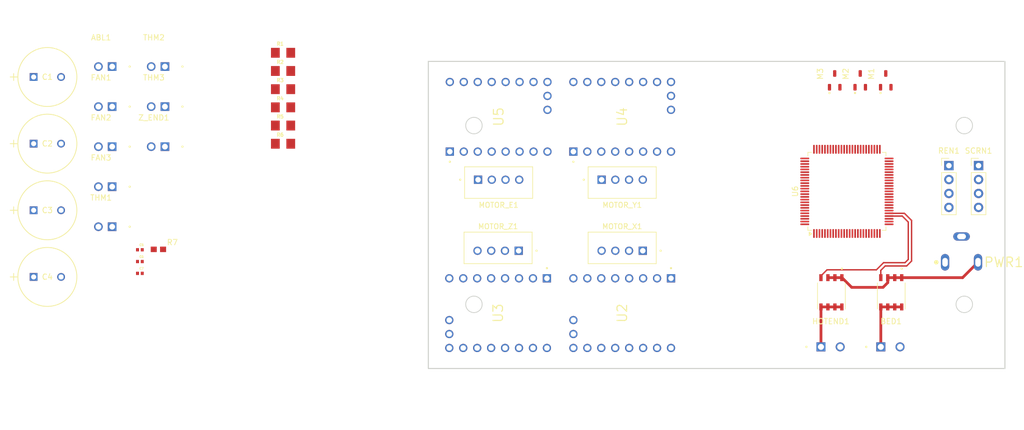
<source format=kicad_pcb>
(kicad_pcb (version 20240108) (generator "pcbnew") (generator_version "8.0")
  (layers (0 "F.Cu" signal) (31 "B.Cu" signal) (34 "B.Paste" user) (35 "F.Paste" user) (36 "B.SilkS" user "B.Silkscreen") (37 "F.SilkS" user "F.Silkscreen") (38 "B.Mask" user) (39 "F.Mask" user) (44 "Edge.Cuts" user))
  (net 0 "")
  (net 2 "ABL")
  (net 7 "T2")
  (net 12 "T1")
  (net 17 "T0")
  (net 21 "GNDREF")
  (net 22 "FAN1")
  (net 23 "FAN2")
  (net 24 "FAN3")
  (net 25 "HOTEND")
  (net 26 "BED")
  (net 27 "Z_END")
  (net 28 "EN_BTN")
  (net 29 "UART_TX")
  (net 30 "UART_RX")
  (net 31 "+3V3")
  (net 32 "VCC")
  (net 33 "Net-(FAN1-Pad1)")
  (net 34 "Net-(FAN2-Pad1)")
  (net 35 "Net-(FAN3-Pad1)")
  (net 36 "EN_REV")
  (net 37 "EN_FOR")
  (net 38 "SCRN_SCL")
  (net 39 "SCRN_SDA")
  (net 40 "DIR_M4")
  (net 41 "Net-(U3-M1A)")
  (net 42 "Net-(U3-M2A)")
  (net 43 "Net-(U2-M1A)")
  (net 44 "Net-(U2-M2A)")
  (net 45 "Net-(U4-M1A)")
  (net 46 "Net-(U4-M2A)")
  (net 47 "Net-(U5-M1B)")
  (net 48 "Net-(U5-M2B)")
  (net 49 "Net-(U5-M2A)")
  (net 50 "Net-(U5-M1A)")
  (net 51 "Net-(U2-M1B)")
  (net 52 "Net-(U2-M2B)")
  (net 53 "Net-(U3-M1B)")
  (net 54 "Net-(U3-M2B)")
  (net 55 "Net-(U4-M1B)")
  (net 56 "Net-(U4-M2B)")
  (net 57 "Net-(BED1-Pad01)")
  (net 58 "Net-(HOTEND1-Pad01)")
  (net 60 "DIR_M1")
  (net 63 "STEP_M1")
  (net 66 "EN_M1")
  (net 67 "STEP_M3")
  (net 68 "STEP_M4")
  (net 69 "EN_M4")
  (net 70 "DIR_M2")
  (net 71 "STEP_M2")
  (net 72 "EN_M3")
  (net 73 "DIAG_M3")
  (net 74 "DIAG_M4")
  (net 75 "DIR_M3")
  (net 76 "EN_M2")
  (net 77 "DIAG_M2")
  (net 78 "DIAG_M1")
  (net 79 "Net-(F1-Pad1)")
  (footprint "TMC2209_SILENTSTEPSTICK:MODULE_TMC2209_SILENTSTEPSTICK" (layer "F.Cu") (at 113.2 82.1 90)
    (property "Reference" "U5" (at 0 0 90) (layer "F.SilkS") (effects (font (size 1.75 1.75) (thickness 0.2))))
    (property "Value" "TMC2209_SILENTSTEPSTICK")
    (fp_circle (center -8.2 -8.89) (end -8.1 -8.89) (stroke (width 0.2)) (fill none) (layer "F.SilkS"))
    (pad "1" thru_hole rect (at -6.35 -8.89 90) (size 1.508 1.508) (drill 1) (layers "*.Cu" "*.Mask") (net 21 "GNDREF"))
    (pad "2" thru_hole circle (at -6.35 -6.35 90) (size 1.508 1.508) (drill 1) (layers "*.Cu" "*.Mask") (net 31 "+3V3"))
    (pad "3" thru_hole circle (at -6.35 -3.81 90) (size 1.508 1.508) (drill 1) (layers "*.Cu" "*.Mask") (net 47 "Net-(U5-M1B)"))
    (pad "4" thru_hole circle (at -6.35 -1.27 90) (size 1.508 1.508) (drill 1) (layers "*.Cu" "*.Mask") (net 50 "Net-(U5-M1A)"))
    (pad "5" thru_hole circle (at -6.35 1.27 90) (size 1.508 1.508) (drill 1) (layers "*.Cu" "*.Mask") (net 49 "Net-(U5-M2A)"))
    (pad "6" thru_hole circle (at -6.35 3.81 90) (size 1.508 1.508) (drill 1) (layers "*.Cu" "*.Mask") (net 48 "Net-(U5-M2B)"))
    (pad "7" thru_hole circle (at -6.35 6.35 90) (size 1.508 1.508) (drill 1) (layers "*.Cu" "*.Mask") (net 21 "GNDREF"))
    (pad "8" thru_hole circle (at -6.35 8.89 90) (size 1.508 1.508) (drill 1) (layers "*.Cu" "*.Mask") (net 32 "VCC"))
    (pad "9" thru_hole circle (at 6.35 -8.89 90) (size 1.508 1.508) (drill 1) (layers "*.Cu" "*.Mask") (net 40 "DIR_M4"))
    (pad "10" thru_hole circle (at 6.35 -6.35 90) (size 1.508 1.508) (drill 1) (layers "*.Cu" "*.Mask") (net 68 "STEP_M4"))
    (pad "11" thru_hole circle (at 6.35 -3.81 90) (size 1.508 1.508) (drill 1) (layers "*.Cu" "*.Mask"))
    (pad "12" thru_hole circle (at 6.35 -1.27 90) (size 1.508 1.508) (drill 1) (layers "*.Cu" "*.Mask") (net 30 "UART_RX"))
    (pad "13" thru_hole circle (at 6.35 1.27 90) (size 1.508 1.508) (drill 1) (layers "*.Cu" "*.Mask"))
    (pad "14" thru_hole circle (at 6.35 3.81 90) (size 1.508 1.508) (drill 1) (layers "*.Cu" "*.Mask"))
    (pad "15" thru_hole circle (at 6.35 6.35 90) (size 1.508 1.508) (drill 1) (layers "*.Cu" "*.Mask"))
    (pad "16" thru_hole circle (at 6.35 8.89 90) (size 1.508 1.508) (drill 1) (layers "*.Cu" "*.Mask") (net 69 "EN_M4"))
    (pad "17" thru_hole circle (at 1.27 8.89 90) (size 1.508 1.508) (drill 1) (layers "*.Cu" "*.Mask"))
    (pad "18" thru_hole circle (at 3.81 8.89 90) (size 1.508 1.508) (drill 1) (layers "*.Cu" "*.Mask") (net 74 "DIAG_M4"))
  )
  (footprint "B4B-XH-A:JST_B4B-XH-A" (layer "F.Cu") (at 135.7 106)
    (property "Reference" "MOTOR_X1" (at 0 -3.9 0) (layer "F.SilkS") (effects (font (size 0.944882 0.944882))))
    (property "Value" "B4B-XH-A")
    (fp_line (start -6.2 -2.875) (end 6.2 -2.875) (stroke (width 0.127)) (layer "F.SilkS"))
    (fp_line (start -6.2 2.875) (end -6.2 -2.875) (stroke (width 0.127)) (layer "F.SilkS"))
    (fp_line (start 6.2 -2.875) (end 6.2 2.875) (stroke (width 0.127)) (layer "F.SilkS"))
    (fp_line (start 6.2 2.875) (end -6.2 2.875) (stroke (width 0.127)) (layer "F.SilkS"))
    (fp_circle (center 7 0.525) (end 7.1 0.525) (stroke (width 0.2)) (fill none) (layer "F.SilkS"))
    (pad "1" thru_hole rect (at 3.75 0.525) (size 1.508 1.508) (drill 1) (layers "*.Cu" "*.Mask") (net 51 "Net-(U2-M1B)"))
    (pad "2" thru_hole circle (at 1.25 0.525) (size 1.508 1.508) (drill 1) (layers "*.Cu" "*.Mask") (net 43 "Net-(U2-M1A)"))
    (pad "3" thru_hole circle (at -1.25 0.525) (size 1.508 1.508) (drill 1) (layers "*.Cu" "*.Mask") (net 44 "Net-(U2-M2A)"))
    (pad "4" thru_hole circle (at -3.75 0.525) (size 1.508 1.508) (drill 1) (layers "*.Cu" "*.Mask") (net 52 "Net-(U2-M2B)"))
  )
  (footprint "GCM155R71H104KE02J:CAPC1005X55N" (layer "F.Cu") (at 47.863 110.645)
    (property "Reference" "C7" (at 0.3 -0.88 0) (layer "F.SilkS") (effects (font (size 0.393701 0.393701))))
    (property "Value" "GCM155R71H104KE02J")
    (pad "1" smd rect (at -0.432 0) (size 0.54 0.6) (layers "F.Cu" "F.Paste" "F.Mask") (net 17 "T0"))
    (pad "2" smd rect (at 0.432 0) (size 0.54 0.6) (layers "F.Cu" "F.Paste" "F.Mask") (net 21 "GNDREF"))
  )
  (footprint "IRFH7440TRPBF:TRANS_FDMS86202" (layer "F.Cu") (at 184.7 114.1 -90)
    (property "Reference" "Q2" (hide yes))
    (property "Value" "~")
    (fp_line (start -1.715 2.53) (end 3.0375 2.53) (stroke (width 0.127)) (layer "F.SilkS"))
    (fp_line (start 3.0375 -2.53) (end -1.715 -2.53) (stroke (width 0.127)) (layer "F.SilkS"))
    (fp_circle (center -4.305 -1.905) (end -4.205 -1.904999) (stroke (width 0.2)) (fill none) (layer "F.SilkS"))
    (pad "1" smd rect (at -2.670001 -1.905 270) (size 1.27 0.61) (layers "F.Cu" "F.Paste" "F.Mask") (net 21 "GNDREF"))
    (pad "2" smd rect (at -2.67 -0.635 270) (size 1.27 0.61) (layers "F.Cu" "F.Paste" "F.Mask") (net 21 "GNDREF"))
    (pad "3" smd rect (at -2.67 0.635 270) (size 1.27 0.61) (layers "F.Cu" "F.Paste" "F.Mask") (net 21 "GNDREF"))
    (pad "4" smd rect (at -2.670001 1.905 270) (size 1.27 0.61) (layers "F.Cu" "F.Paste" "F.Mask") (net 26 "BED"))
    (pad "5" smd rect (at 2.667 -1.905 270) (size 1.27 0.61) (layers "F.Cu" "F.Paste" "F.Mask") (net 57 "Net-(BED1-Pad01)"))
    (pad "6" smd rect (at 2.667 -0.635 270) (size 1.27 0.61) (layers "F.Cu" "F.Paste" "F.Mask") (net 57 "Net-(BED1-Pad01)"))
    (pad "7" smd rect (at 2.667 0.635 270) (size 1.27 0.61) (layers "F.Cu" "F.Paste" "F.Mask") (net 57 "Net-(BED1-Pad01)"))
    (pad "8" smd rect (at 2.667 1.905 270) (size 1.27 0.61) (layers "F.Cu" "F.Paste" "F.Mask") (net 57 "Net-(BED1-Pad01)"))
  )
  (footprint "PJ-102B:CUI_PJ-102B" (layer "F.Cu") (at 201 108.625)
    (property "Reference" "PWR1" (at 4.191 0 0) (layer "F.SilkS") (effects (font (size 1.75 1.75) (thickness 0.2))))
    (property "Value" "PJ-102B")
    (fp_circle (center -8.1 0) (end -7.9 0) (stroke (width 0.4)) (fill none) (layer "F.SilkS"))
    (pad "1" thru_hole oval (at -6.5 0) (size 1.508 3.016) (drill oval 1 1.6) (layers "*.Cu" "*.Mask") (net 79 "Net-(F1-Pad1)"))
    (pad "2" thru_hole oval (at -0.5 0) (size 1.508 3.016) (drill oval 1 1.6) (layers "*.Cu" "*.Mask") (net 21 "GNDREF"))
    (pad "3" thru_hole oval (at -3.5 -4.7) (size 3.016 1.508) (drill oval 1.6 1) (layers "*.Cu" "*.Mask"))
  )
  (footprint "B2B-XH-A:JST_B2B-XH-A" (layer "F.Cu") (at 51.178 72.42)
    (property "Reference" "THM2" (at -0.775 -4.76 0) (layer "F.SilkS"))
    (property "Value" "B2B-XH-A")
    (fp_circle (center 4.44 0.525) (end 4.54 0.525) (stroke (width 0.2)) (fill none) (layer "F.SilkS"))
    (pad "1" thru_hole rect (at 1.25 0.525) (size 1.575 1.575) (drill 1.05) (layers "*.Cu" "*.Mask") (net 21 "GNDREF"))
    (pad "2" thru_hole circle (at -1.25 0.525) (size 1.575 1.575) (drill 1.05) (layers "*.Cu" "*.Mask") (net 12 "T1"))
  )
  (footprint "B2B-XH-A:JST_B2B-XH-A" (layer "F.Cu") (at 51.178 87.02)
    (property "Reference" "Z_END1" (at -0.775 -4.76 0) (layer "F.SilkS"))
    (property "Value" "B2B-XH-A")
    (fp_circle (center 4.44 0.525) (end 4.54 0.525) (stroke (width 0.2)) (fill none) (layer "F.SilkS"))
    (pad "1" thru_hole rect (at 1.25 0.525) (size 1.575 1.575) (drill 1.05) (layers "*.Cu" "*.Mask") (net 27 "Z_END"))
    (pad "2" thru_hole circle (at -1.25 0.525) (size 1.575 1.575) (drill 1.05) (layers "*.Cu" "*.Mask") (net 31 "+3V3"))
  )
  (footprint "RC1206JR-134K7L:RESC3216X65" (layer "F.Cu") (at 73.9364 83.6956)
    (property "Reference" "R5" (at -0.521412 -1.624398 0) (layer "F.SilkS") (effects (font (size 0.631634 0.631634))))
    (property "Value" "RC1206JR-134K7L")
    (pad "1" smd rect (at -1.4 0) (size 1.6 1.8) (layers "F.Cu" "F.Paste" "F.Mask") (net 2 "ABL"))
    (pad "2" smd rect (at 1.4 0) (size 1.6 1.8) (layers "F.Cu" "F.Paste" "F.Mask") (net 21 "GNDREF"))
  )
  (footprint "AO3400A:SOT95P280X125-3N" (layer "F.Cu") (at 183.7 75.455 90)
    (property "Reference" "M1" (at 1.175 -2.635 90) (layer "F.SilkS"))
    (property "Value" "AO3400A")
    (fp_circle (center -2.31 -0.95) (end -2.21 -0.949999) (stroke (width 0.2)) (fill none) (layer "F.SilkS"))
    (pad "1" smd roundrect (at -1.255 -0.949999 90) (size 1.21 0.59) (layers "F.Cu" "F.Paste" "F.Mask") (net 22 "FAN1"))
    (pad "2" smd roundrect (at -1.255 0.949999 90) (size 1.21 0.59) (layers "F.Cu" "F.Paste" "F.Mask") (net 21 "GNDREF"))
    (pad "3" smd roundrect (at 1.255 0 90) (size 1.21 0.59) (layers "F.Cu" "F.Paste" "F.Mask") (net 33 "Net-(FAN1-Pad1)"))
  )
  (footprint "IRFH7440TRPBF:TRANS_FDMS86202" (layer "F.Cu") (at 173.8 114.1 -90)
    (property "Reference" "Q1" (hide yes))
    (property "Value" "~")
    (fp_line (start -1.715 2.53) (end 3.0375 2.53) (stroke (width 0.127)) (layer "F.SilkS"))
    (fp_line (start 3.0375 -2.53) (end -1.715 -2.53) (stroke (width 0.127)) (layer "F.SilkS"))
    (fp_circle (center -4.305 -1.905) (end -4.205 -1.904999) (stroke (width 0.2)) (fill none) (layer "F.SilkS"))
    (pad "1" smd rect (at -2.670001 -1.905 270) (size 1.27 0.61) (layers "F.Cu" "F.Paste" "F.Mask") (net 21 "GNDREF"))
    (pad "2" smd rect (at -2.67 -0.635 270) (size 1.27 0.61) (layers "F.Cu" "F.Paste" "F.Mask") (net 21 "GNDREF"))
    (pad "3" smd rect (at -2.67 0.635 270) (size 1.27 0.61) (layers "F.Cu" "F.Paste" "F.Mask") (net 21 "GNDREF"))
    (pad "4" smd rect (at -2.670001 1.905 270) (size 1.27 0.61) (layers "F.Cu" "F.Paste" "F.Mask") (net 25 "HOTEND"))
    (pad "5" smd rect (at 2.667 -1.905 270) (size 1.27 0.61) (layers "F.Cu" "F.Paste" "F.Mask") (net 58 "Net-(HOTEND1-Pad01)"))
    (pad "6" smd rect (at 2.667 -0.635 270) (size 1.27 0.61) (layers "F.Cu" "F.Paste" "F.Mask") (net 58 "Net-(HOTEND1-Pad01)"))
    (pad "7" smd rect (at 2.667 0.635 270) (size 1.27 0.61) (layers "F.Cu" "F.Paste" "F.Mask") (net 58 "Net-(HOTEND1-Pad01)"))
    (pad "8" smd rect (at 2.667 1.905 270) (size 1.27 0.61) (layers "F.Cu" "F.Paste" "F.Mask") (net 58 "Net-(HOTEND1-Pad01)"))
  )
  (footprint "B2B-XH-A:JST_B2B-XH-A" (layer "F.Cu") (at 41.563 79.72)
    (property "Reference" "FAN1" (at -0.775 -4.76 0) (layer "F.SilkS"))
    (property "Value" "B2B-XH-A")
    (fp_circle (center 4.44 0.525) (end 4.54 0.525) (stroke (width 0.2)) (fill none) (layer "F.SilkS"))
    (pad "1" thru_hole rect (at 1.25 0.525) (size 1.575 1.575) (drill 1.05) (layers "*.Cu" "*.Mask") (net 33 "Net-(FAN1-Pad1)"))
    (pad "2" thru_hole circle (at -1.25 0.525) (size 1.575 1.575) (drill 1.05) (layers "*.Cu" "*.Mask") (net 32 "VCC"))
  )
  (footprint "Connector_PinHeader_2.54mm:PinHeader_1x04_P2.54mm_Vertical" (layer "F.Cu") (at 195.2 91)
    (property "Reference" "REN1" (at 0 -2.7 0) (layer "F.SilkS"))
    (property "Value" "PEC11H-4015F-S0016")
    (fp_line (start -1.33 -1.33) (end 0 -1.33) (stroke (width 0.12)) (layer "F.SilkS"))
    (fp_line (start -1.33 0) (end -1.33 -1.33) (stroke (width 0.12)) (layer "F.SilkS"))
    (fp_line (start -1.33 1.27) (end -1.33 8.95) (stroke (width 0.12)) (layer "F.SilkS"))
    (fp_line (start -1.33 1.27) (end 1.33 1.27) (stroke (width 0.12)) (layer "F.SilkS"))
    (fp_line (start -1.33 8.95) (end 1.33 8.95) (stroke (width 0.12)) (layer "F.SilkS"))
    (fp_line (start 1.33 1.27) (end 1.33 8.95) (stroke (width 0.12)) (layer "F.SilkS"))
    (pad "1" thru_hole rect (at 0 0) (size 1.7 1.7) (drill 1) (layers "*.Cu" "*.Mask") (net 37 "EN_FOR"))
    (pad "2" thru_hole oval (at 0 2.54) (size 1.7 1.7) (drill 1) (layers "*.Cu" "*.Mask") (net 36 "EN_REV"))
    (pad "3" thru_hole oval (at 0 5.08) (size 1.7 1.7) (drill 1) (layers "*.Cu" "*.Mask") (net 31 "+3V3"))
    (pad "4" thru_hole oval (at 0 7.62) (size 1.7 1.7) (drill 1) (layers "*.Cu" "*.Mask") (net 28 "EN_BTN"))
  )
  (footprint "Connector_PinHeader_2.54mm:PinHeader_1x04_P2.54mm_Vertical" (layer "F.Cu") (at 200.6 91)
    (property "Reference" "SCRN1" (at 0 -2.7 0) (layer "F.SilkS"))
    (property "Value" "SSD1306")
    (fp_line (start -1.33 -1.33) (end 0 -1.33) (stroke (width 0.12)) (layer "F.SilkS"))
    (fp_line (start -1.33 0) (end -1.33 -1.33) (stroke (width 0.12)) (layer "F.SilkS"))
    (fp_line (start -1.33 1.27) (end -1.33 8.95) (stroke (width 0.12)) (layer "F.SilkS"))
    (fp_line (start -1.33 1.27) (end 1.33 1.27) (stroke (width 0.12)) (layer "F.SilkS"))
    (fp_line (start -1.33 8.95) (end 1.33 8.95) (stroke (width 0.12)) (layer "F.SilkS"))
    (fp_line (start 1.33 1.27) (end 1.33 8.95) (stroke (width 0.12)) (layer "F.SilkS"))
    (pad "1" thru_hole rect (at 0 0) (size 1.7 1.7) (drill 1) (layers "*.Cu" "*.Mask") (net 21 "GNDREF"))
    (pad "2" thru_hole oval (at 0 2.54) (size 1.7 1.7) (drill 1) (layers "*.Cu" "*.Mask") (net 31 "+3V3"))
    (pad "3" thru_hole oval (at 0 5.08) (size 1.7 1.7) (drill 1) (layers "*.Cu" "*.Mask") (net 38 "SCRN_SCL"))
    (pad "4" thru_hole oval (at 0 7.62) (size 1.7 1.7) (drill 1) (layers "*.Cu" "*.Mask") (net 39 "SCRN_SDA"))
  )
  (footprint "AO3400A:SOT95P280X125-3N" (layer "F.Cu") (at 179.05 75.455 90)
    (property "Reference" "M2" (at 1.175 -2.635 90) (layer "F.SilkS"))
    (property "Value" "AO3400A")
    (fp_circle (center -2.31 -0.95) (end -2.21 -0.949999) (stroke (width 0.2)) (fill none) (layer "F.SilkS"))
    (pad "1" smd roundrect (at -1.255 -0.949999 90) (size 1.21 0.59) (layers "F.Cu" "F.Paste" "F.Mask") (net 23 "FAN2"))
    (pad "2" smd roundrect (at -1.255 0.949999 90) (size 1.21 0.59) (layers "F.Cu" "F.Paste" "F.Mask") (net 21 "GNDREF"))
    (pad "3" smd roundrect (at 1.255 0 90) (size 1.21 0.59) (layers "F.Cu" "F.Paste" "F.Mask") (net 34 "Net-(FAN2-Pad1)"))
  )
  (footprint "RC0603FR-131KL:0603" (layer "F.Cu") (at 51.238 106.27)
    (property "Reference" "R7" (at 2.541462 -1.270728 0) (layer "F.SilkS") (effects (font (size 1.000575 1.000575))))
    (property "Value" "RC0603FR-131KL")
    (pad "1" smd rect (at -0.85 0) (size 1.1 1) (layers "F.Cu" "F.Paste" "F.Mask") (net 29 "UART_TX"))
    (pad "2" smd rect (at 0.85 0) (size 1.1 1) (layers "F.Cu" "F.Paste" "F.Mask") (net 30 "UART_RX"))
  )
  (footprint "footprints:CAP_A750MV477M1VAAE018_KEM" (layer "F.Cu") (at 28.5133 74.8453)
    (property "Reference" "C1" (at 2.5 0 0) (layer "F.SilkS"))
    (property "Value" "A750MV477M1VAAE018")
    (fp_line (start -4.2691 0) (end -2.9991 0) (stroke (width 0.1524)) (layer "F.SilkS"))
    (fp_line (start -3.6341 -0.635) (end -3.6341 0.635) (stroke (width 0.1524)) (layer "F.SilkS"))
    (fp_circle (center 2.5 0) (end 7.8721 0) (stroke (width 0.1524)) (fill none) (layer "F.SilkS"))
    (pad "1" thru_hole rect (at 0 0) (size 1.4224 1.4224) (drill 0.9144) (layers "*.Cu" "*.Mask") (net 32 "VCC"))
    (pad "2" thru_hole circle (at 5 0) (size 1.4224 1.4224) (drill 0.9144) (layers "*.Cu" "*.Mask") (net 21 "GNDREF"))
  )
  (footprint "TMC2209_SILENTSTEPSTICK:MODULE_TMC2209_SILENTSTEPSTICK" (layer "F.Cu") (at 135.7 82.1 90)
    (property "Reference" "U4" (at 0 0 90) (layer "F.SilkS") (effects (font (size 1.75 1.75) (thickness 0.2))))
    (property "Value" "TMC2209_SILENTSTEPSTICK")
    (fp_circle (center -8.2 -8.89) (end -8.1 -8.89) (stroke (width 0.2)) (fill none) (layer "F.SilkS"))
    (pad "1" thru_hole rect (at -6.35 -8.89 90) (size 1.508 1.508) (drill 1) (layers "*.Cu" "*.Mask") (net 21 "GNDREF"))
    (pad "2" thru_hole circle (at -6.35 -6.35 90) (size 1.508 1.508) (drill 1) (layers "*.Cu" "*.Mask") (net 31 "+3V3"))
    (pad "3" thru_hole circle (at -6.35 -3.81 90) (size 1.508 1.508) (drill 1) (layers "*.Cu" "*.Mask") (net 55 "Net-(U4-M1B)"))
    (pad "4" thru_hole circle (at -6.35 -1.27 90) (size 1.508 1.508) (drill 1) (layers "*.Cu" "*.Mask") (net 45 "Net-(U4-M1A)"))
    (pad "5" thru_hole circle (at -6.35 1.27 90) (size 1.508 1.508) (drill 1) (layers "*.Cu" "*.Mask") (net 46 "Net-(U4-M2A)"))
    (pad "6" thru_hole circle (at -6.35 3.81 90) (size 1.508 1.508) (drill 1) (layers "*.Cu" "*.Mask") (net 56 "Net-(U4-M2B)"))
    (pad "7" thru_hole circle (at -6.35 6.35 90) (size 1.508 1.508) (drill 1) (layers "*.Cu" "*.Mask") (net 21 "GNDREF"))
    (pad "8" thru_hole circle (at -6.35 8.89 90) (size 1.508 1.508) (drill 1) (layers "*.Cu" "*.Mask") (net 32 "VCC"))
    (pad "9" thru_hole circle (at 6.35 -8.89 90) (size 1.508 1.508) (drill 1) (layers "*.Cu" "*.Mask") (net 75 "DIR_M3"))
    (pad "10" thru_hole circle (at 6.35 -6.35 90) (size 1.508 1.508) (drill 1) (layers "*.Cu" "*.Mask") (net 67 "STEP_M3"))
    (pad "11" thru_hole circle (at 6.35 -3.81 90) (size 1.508 1.508) (drill 1) (layers "*.Cu" "*.Mask"))
    (pad "12" thru_hole circle (at 6.35 -1.27 90) (size 1.508 1.508) (drill 1) (layers "*.Cu" "*.Mask") (net 30 "UART_RX"))
    (pad "13" thru_hole circle (at 6.35 1.27 90) (size 1.508 1.508) (drill 1) (layers "*.Cu" "*.Mask"))
    (pad "14" thru_hole circle (at 6.35 3.81 90) (size 1.508 1.508) (drill 1) (layers "*.Cu" "*.Mask"))
    (pad "15" thru_hole circle (at 6.35 6.35 90) (size 1.508 1.508) (drill 1) (layers "*.Cu" "*.Mask"))
    (pad "16" thru_hole circle (at 6.35 8.89 90) (size 1.508 1.508) (drill 1) (layers "*.Cu" "*.Mask") (net 72 "EN_M3"))
    (pad "17" thru_hole circle (at 1.27 8.89 90) (size 1.508 1.508) (drill 1) (layers "*.Cu" "*.Mask"))
    (pad "18" thru_hole circle (at 3.81 8.89 90) (size 1.508 1.508) (drill 1) (layers "*.Cu" "*.Mask") (net 73 "DIAG_M3"))
  )
  (footprint "B4B-XH-A:JST_B4B-XH-A" (layer "F.Cu") (at 135.7 94.1 180)
    (property "Reference" "MOTOR_Y1" (at 0 -4.1 360) (layer "F.SilkS") (effects (font (size 0.944882 0.944882))))
    (property "Value" "B4B-XH-A")
    (fp_line (start 6.2 2.875) (end -6.2 2.875) (stroke (width 0.127)) (layer "F.SilkS"))
    (fp_line (start 6.2 -2.875) (end 6.2 2.875) (stroke (width 0.127)) (layer "F.SilkS"))
    (fp_line (start -6.2 2.875) (end -6.2 -2.875) (stroke (width 0.127)) (layer "F.SilkS"))
    (fp_line (start -6.2 -2.875) (end 6.2 -2.875) (stroke (width 0.127)) (layer "F.SilkS"))
    (fp_circle (center 7 0.525001) (end 7.1 0.525) (stroke (width 0.2)) (fill none) (layer "F.SilkS"))
    (pad "1" thru_hole rect (at 3.749999 0.525 180) (size 1.508 1.508) (drill 1) (layers "*.Cu" "*.Mask") (net 55 "Net-(U4-M1B)"))
    (pad "2" thru_hole circle (at 1.25 0.525001 180) (size 1.508 1.508) (drill 1) (layers "*.Cu" "*.Mask") (net 45 "Net-(U4-M1A)"))
    (pad "3" thru_hole circle (at -1.25 0.525001 180) (size 1.508 1.508) (drill 1) (layers "*.Cu" "*.Mask") (net 46 "Net-(U4-M2A)"))
    (pad "4" thru_hole circle (at -3.749999 0.525 180) (size 1.508 1.508) (drill 1) (layers "*.Cu" "*.Mask") (net 56 "Net-(U4-M2B)"))
  )
  (footprint "RC1206JR-134K7L:RESC3216X65" (layer "F.Cu") (at 73.9364 80.3788)
    (property "Reference" "R4" (at -0.521412 -1.624398 0) (layer "F.SilkS") (effects (font (size 0.631634 0.631634))))
    (property "Value" "RC1206JR-134K7L")
    (pad "1" smd rect (at -1.4 0) (size 1.6 1.8) (layers "F.Cu" "F.Paste" "F.Mask") (net 27 "Z_END"))
    (pad "2" smd rect (at 1.4 0) (size 1.6 1.8) (layers "F.Cu" "F.Paste" "F.Mask") (net 21 "GNDREF"))
  )
  (footprint "Phoenix 1751248:PHOENIX_1751248" (layer "F.Cu") (at 169.9 127.65)
    (property "Reference" "HOTEND1" (at 3.8 -8.25 0) (layer "F.SilkS"))
    (property "Value" "1751248")
    (fp_circle (center -0.65 -3.6) (end -0.55 -3.6) (stroke (width 0.2)) (fill none) (layer "F.SilkS"))
    (pad "01" thru_hole rect (at 2 -3.6) (size 1.65 1.65) (drill 1.1) (layers "*.Cu" "*.Mask") (net 58 "Net-(HOTEND1-Pad01)"))
    (pad "02" thru_hole circle (at 5.5 -3.6) (size 1.65 1.65) (drill 1.1) (layers "*.Cu" "*.Mask") (net 32 "VCC"))
  )
  (footprint "B2B-XH-A:JST_B2B-XH-A" (layer "F.Cu") (at 41.563 87.02)
    (property "Reference" "FAN2" (at -0.775 -4.76 0) (layer "F.SilkS"))
    (property "Value" "B2B-XH-A")
    (fp_circle (center 4.44 0.525) (end 4.54 0.525) (stroke (width 0.2)) (fill none) (layer "F.SilkS"))
    (pad "1" thru_hole rect (at 1.25 0.525) (size 1.575 1.575) (drill 1.05) (layers "*.Cu" "*.Mask") (net 34 "Net-(FAN2-Pad1)"))
    (pad "2" thru_hole circle (at -1.25 0.525) (size 1.575 1.575) (drill 1.05) (layers "*.Cu" "*.Mask") (net 32 "VCC"))
  )
  (footprint "RC1206JR-134K7L:RESC3216X65" (layer "F.Cu") (at 73.9364 70.4284)
    (property "Reference" "R1" (at -0.521412 -1.624398 0) (layer "F.SilkS") (effects (font (size 0.631634 0.631634))))
    (property "Value" "RC1206JR-134K7L")
    (pad "1" smd rect (at -1.4 0) (size 1.6 1.8) (layers "F.Cu" "F.Paste" "F.Mask") (net 31 "+3V3"))
    (pad "2" smd rect (at 1.4 0) (size 1.6 1.8) (layers "F.Cu" "F.Paste" "F.Mask") (net 7 "T2"))
  )
  (footprint "Phoenix 1751248:PHOENIX_1751248" (layer "F.Cu") (at 180.8 127.65)
    (property "Reference" "BED1" (at 3.8625 -8.25 0) (layer "F.SilkS"))
    (property "Value" "1751248")
    (fp_circle (center -0.65 -3.6) (end -0.55 -3.6) (stroke (width 0.2)) (fill none) (layer "F.SilkS"))
    (pad "01" thru_hole rect (at 2 -3.6) (size 1.65 1.65) (drill 1.1) (layers "*.Cu" "*.Mask") (net 57 "Net-(BED1-Pad01)"))
    (pad "02" thru_hole circle (at 5.5 -3.6) (size 1.65 1.65) (drill 1.1) (layers "*.Cu" "*.Mask") (net 32 "VCC"))
  )
  (footprint "RC1206JR-134K7L:RESC3216X65" (layer "F.Cu") (at 73.9364 77.062)
    (property "Reference" "R3" (at -0.521412 -1.624398 0) (layer "F.SilkS") (effects (font (size 0.631634 0.631634))))
    (property "Value" "RC1206JR-134K7L")
    (pad "1" smd rect (at -1.4 0) (size 1.6 1.8) (layers "F.Cu" "F.Paste" "F.Mask") (net 31 "+3V3"))
    (pad "2" smd rect (at 1.4 0) (size 1.6 1.8) (layers "F.Cu" "F.Paste" "F.Mask") (net 17 "T0"))
  )
  (footprint "AO3400A:SOT95P280X125-3N" (layer "F.Cu") (at 174.4 75.455 90)
    (property "Reference" "M3" (at 1.175 -2.635 90) (layer "F.SilkS"))
    (property "Value" "AO3400A")
    (fp_circle (center -2.31 -0.95) (end -2.21 -0.949999) (stroke (width 0.2)) (fill none) (layer "F.SilkS"))
    (pad "1" smd roundrect (at -1.255 -0.949999 90) (size 1.21 0.59) (layers "F.Cu" "F.Paste" "F.Mask") (net 24 "FAN3"))
    (pad "2" smd roundrect (at -1.255 0.949999 90) (size 1.21 0.59) (layers "F.Cu" "F.Paste" "F.Mask") (net 21 "GNDREF"))
    (pad "3" smd roundrect (at 1.255 0 90) (size 1.21 0.59) (layers "F.Cu" "F.Paste" "F.Mask") (net 35 "Net-(FAN3-Pad1)"))
  )
  (footprint "TMC2209_SILENTSTEPSTICK:MODULE_TMC2209_SILENTSTEPSTICK" (layer "F.Cu") (at 113.1 117.9 -90)
    (property "Reference" "U3" (at 0 0 90) (layer "F.SilkS") (effects (font (size 1.75 1.75) (thickness 0.2))))
    (property "Value" "TMC2209_SILENTSTEPSTICK")
    (fp_circle (center -8.2 -8.89) (end -8.1 -8.89) (stroke (width 0.2)) (fill none) (layer "F.SilkS"))
    (pad "1" thru_hole rect (at -6.35 -8.89 270) (size 1.508 1.508) (drill 1) (layers "*.Cu" "*.Mask") (net 21 "GNDREF"))
    (pad "2" thru_hole circle (at -6.35 -6.35 270) (size 1.508 1.508) (drill 1) (layers "*.Cu" "*.Mask") (net 31 "+3V3"))
    (pad "3" thru_hole circle (at -6.35 -3.81 270) (size 1.508 1.508) (drill 1) (layers "*.Cu" "*.Mask") (net 53 "Net-(U3-M1B)"))
    (pad "4" thru_hole circle (at -6.35 -1.27 270) (size 1.508 1.508) (drill 1) (layers "*.Cu" "*.Mask") (net 41 "Net-(U3-M1A)"))
    (pad "5" thru_hole circle (at -6.35 1.27 270) (size 1.508 1.508) (drill 1) (layers "*.Cu" "*.Mask") (net 42 "Net-(U3-M2A)"))
    (pad "6" thru_hole circle (at -6.35 3.81 270) (size 1.508 1.508) (drill 1) (layers "*.Cu" "*.Mask") (net 54 "Net-(U3-M2B)"))
    (pad "7" thru_hole circle (at -6.35 6.35 270) (size 1.508 1.508) (drill 1) (layers "*.Cu" "*.Mask") (net 21 "GNDREF"))
    (pad "8" thru_hole circle (at -6.35 8.89 270) (size 1.508 1.508) (drill 1) (layers "*.Cu" "*.Mask") (net 32 "VCC"))
    (pad "9" thru_hole circle (at 6.35 -8.89 270) (size 1.508 1.508) (drill 1) (layers "*.Cu" "*.Mask") (net 70 "DIR_M2"))
    (pad "10" thru_hole circle (at 6.35 -6.35 270) (size 1.508 1.508) (drill 1) (layers "*.Cu" "*.Mask") (net 71 "STEP_M2"))
    (pad "11" thru_hole circle (at 6.35 -3.81 270) (size 1.508 1.508) (drill 1) (layers "*.Cu" "*.Mask"))
    (pad "12" thru_hole circle (at 6.35 -1.27 270) (size 1.508 1.508) (drill 1) (layers "*.Cu" "*.Mask") (net 30 "UART_RX"))
    (pad "13" thru_hole circle (at 6.35 1.27 270) (size 1.508 1.508) (drill 1) (layers "*.Cu" "*.Mask"))
    (pad "14" thru_hole circle (at 6.35 3.81 270) (size 1.508 1.508) (drill 1) (layers "*.Cu" "*.Mask"))
    (pad "15" thru_hole circle (at 6.35 6.35 270) (size 1.508 1.508) (drill 1) (layers "*.Cu" "*.Mask"))
    (pad "16" thru_hole circle (at 6.35 8.89 270) (size 1.508 1.508) (drill 1) (layers "*.Cu" "*.Mask") (net 76 "EN_M2"))
    (pad "17" thru_hole circle (at 1.27 8.89 270) (size 1.508 1.508) (drill 1) (layers "*.Cu" "*.Mask"))
    (pad "18" thru_hole circle (at 3.81 8.89 270) (size 1.508 1.508) (drill 1) (layers "*.Cu" "*.Mask") (net 77 "DIAG_M2"))
  )
  (footprint "B2B-XH-A:JST_B2B-XH-A" (layer "F.Cu") (at 41.563 72.42)
    (property "Reference" "ABL1" (at -0.775 -4.76 0) (layer "F.SilkS"))
    (property "Value" "B2B-XH-A")
    (fp_circle (center 4.44 0.525) (end 4.54 0.525) (stroke (width 0.2)) (fill none) (layer "F.SilkS"))
    (pad "1" thru_hole rect (at 1.25 0.525) (size 1.575 1.575) (drill 1.05) (layers "*.Cu" "*.Mask") (net 2 "ABL"))
    (pad "2" thru_hole circle (at -1.25 0.525) (size 1.575 1.575) (drill 1.05) (layers "*.Cu" "*.Mask") (net 31 "+3V3"))
  )
  (footprint "B4B-XH-A:JST_B4B-XH-A" (layer "F.Cu") (at 113.1 106)
    (property "Reference" "MOTOR_Z1" (at 0 -3.9 0) (layer "F.SilkS") (effects (font (size 0.944882 0.944882))))
    (property "Value" "B4B-XH-A")
    (fp_line (start -6.2 -2.875) (end 6.2 -2.875) (stroke (width 0.127)) (layer "F.SilkS"))
    (fp_line (start -6.2 2.875) (end -6.2 -2.875) (stroke (width 0.127)) (layer "F.SilkS"))
    (fp_line (start 6.2 -2.875) (end 6.2 2.875) (stroke (width 0.127)) (layer "F.SilkS"))
    (fp_line (start 6.2 2.875) (end -6.2 2.875) (stroke (width 0.127)) (layer "F.SilkS"))
    (fp_circle (center 7 0.525) (end 7.1 0.525) (stroke (width 0.2)) (fill none) (layer "F.SilkS"))
    (pad "1" thru_hole rect (at 3.75 0.525) (size 1.508 1.508) (drill 1) (layers "*.Cu" "*.Mask") (net 53 "Net-(U3-M1B)"))
    (pad "2" thru_hole circle (at 1.25 0.525) (size 1.508 1.508) (drill 1) (layers "*.Cu" "*.Mask") (net 41 "Net-(U3-M1A)"))
    (pad "3" thru_hole circle (at -1.25 0.525) (size 1.508 1.508) (drill 1) (layers "*.Cu" "*.Mask") (net 42 "Net-(U3-M2A)"))
    (pad "4" thru_hole circle (at -3.75 0.525) (size 1.508 1.508) (drill 1) (layers "*.Cu" "*.Mask") (net 54 "Net-(U3-M2B)"))
  )
  (footprint "TMC2209_SILENTSTEPSTICK:MODULE_TMC2209_SILENTSTEPSTICK" (layer "F.Cu") (at 135.7 117.9 -90)
    (property "Reference" "U2" (at 0 0 90) (layer "F.SilkS") (effects (font (size 1.75 1.75) (thickness 0.2))))
    (property "Value" "TMC2209_SILENTSTEPSTICK")
    (fp_circle (center -8.2 -8.89) (end -8.1 -8.89) (stroke (width 0.2)) (fill none) (layer "F.SilkS"))
    (pad "1" thru_hole rect (at -6.35 -8.89 270) (size 1.508 1.508) (drill 1) (layers "*.Cu" "*.Mask") (net 21 "GNDREF"))
    (pad "2" thru_hole circle (at -6.35 -6.35 270) (size 1.508 1.508) (drill 1) (layers "*.Cu" "*.Mask") (net 31 "+3V3"))
    (pad "3" thru_hole circle (at -6.35 -3.81 270) (size 1.508 1.508) (drill 1) (layers "*.Cu" "*.Mask") (net 51 "Net-(U2-M1B)"))
    (pad "4" thru_hole circle (at -6.35 -1.27 270) (size 1.508 1.508) (drill 1) (layers "*.Cu" "*.Mask") (net 43 "Net-(U2-M1A)"))
    (pad "5" thru_hole circle (at -6.35 1.27 270) (size 1.508 1.508) (drill 1) (layers "*.Cu" "*.Mask") (net 44 "Net-(U2-M2A)"))
    (pad "6" thru_hole circle (at -6.35 3.81 270) (size 1.508 1.508) (drill 1) (layers "*.Cu" "*.Mask") (net 52 "Net-(U2-M2B)"))
    (pad "7" thru_hole circle (at -6.35 6.35 270) (size 1.508 1.508) (drill 1) (layers "*.Cu" "*.Mask") (net 21 "GNDREF"))
    (pad "8" thru_hole circle (at -6.35 8.89 270) (size 1.508 1.508) (drill 1) (layers "*.Cu" "*.Mask") (net 32 "VCC"))
    (pad "9" thru_hole circle (at 6.35 -8.89 270) (size 1.508 1.508) (drill 1) (layers "*.Cu" "*.Mask") (net 60 "DIR_M1"))
    (pad "10" thru_hole circle (at 6.35 -6.35 270) (size 1.508 1.508) (drill 1) (layers "*.Cu" "*.Mask") (net 63 "STEP_M1"))
    (pad "11" thru_hole circle (at 6.35 -3.81 270) (size 1.508 1.508) (drill 1) (layers "*.Cu" "*.Mask"))
    (pad "12" thru_hole circle (at 6.35 -1.27 270) (size 1.508 1.508) (drill 1) (layers "*.Cu" "*.Mask") (net 30 "UART_RX"))
    (pad "13" thru_hole circle (at 6.35 1.27 270) (size 1.508 1.508) (drill 1) (layers "*.Cu" "*.Mask"))
    (pad "14" thru_hole circle (at 6.35 3.81 270) (size 1.508 1.508) (drill 1) (layers "*.Cu" "*.Mask"))
    (pad "15" thru_hole circle (at 6.35 6.35 270) (size 1.508 1.508) (drill 1) (layers "*.Cu" "*.Mask"))
    (pad "16" thru_hole circle (at 6.35 8.89 270) (size 1.508 1.508) (drill 1) (layers "*.Cu" "*.Mask") (net 66 "EN_M1"))
    (pad "17" thru_hole circle (at 1.27 8.89 270) (size 1.508 1.508) (drill 1) (layers "*.Cu" "*.Mask"))
    (pad "18" thru_hole circle (at 3.81 8.89 270) (size 1.508 1.508) (drill 1) (layers "*.Cu" "*.Mask") (net 78 "DIAG_M1"))
  )
  (footprint "footprints:CAP_A750MV477M1VAAE018_KEM" (layer "F.Cu") (at 28.5133 111.2971)
    (property "Reference" "C4" (at 2.5 0 0) (layer "F.SilkS"))
    (property "Value" "A750MV477M1VAAE018")
    (fp_line (start -4.2691 0) (end -2.9991 0) (stroke (width 0.1524)) (layer "F.SilkS"))
    (fp_line (start -3.6341 -0.635) (end -3.6341 0.635) (stroke (width 0.1524)) (layer "F.SilkS"))
    (fp_circle (center 2.5 0) (end 7.8721 0) (stroke (width 0.1524)) (fill none) (layer "F.SilkS"))
    (pad "1" thru_hole rect (at 0 0) (size 1.4224 1.4224) (drill 0.9144) (layers "*.Cu" "*.Mask") (net 32 "VCC"))
    (pad "2" thru_hole circle (at 5 0) (size 1.4224 1.4224) (drill 0.9144) (layers "*.Cu" "*.Mask") (net 21 "GNDREF"))
  )
  (footprint "RC1206JR-134K7L:RESC3216X65" (layer "F.Cu") (at 73.9364 73.7452)
    (property "Reference" "R2" (at -0.521412 -1.624398 0) (layer "F.SilkS") (effects (font (size 0.631634 0.631634))))
    (property "Value" "RC1206JR-134K7L")
    (pad "1" smd rect (at -1.4 0) (size 1.6 1.8) (layers "F.Cu" "F.Paste" "F.Mask") (net 31 "+3V3"))
    (pad "2" smd rect (at 1.4 0) (size 1.6 1.8) (layers "F.Cu" "F.Paste" "F.Mask") (net 12 "T1"))
  )
  (footprint "B2B-XH-A:JST_B2B-XH-A" (layer "F.Cu") (at 41.563 94.32)
    (property "Reference" "FAN3" (at -0.775 -4.76 0) (layer "F.SilkS"))
    (property "Value" "B2B-XH-A")
    (fp_circle (center 4.44 0.525) (end 4.54 0.525) (stroke (width 0.2)) (fill none) (layer "F.SilkS"))
    (pad "1" thru_hole rect (at 1.25 0.525) (size 1.575 1.575) (drill 1.05) (layers "*.Cu" "*.Mask") (net 35 "Net-(FAN3-Pad1)"))
    (pad "2" thru_hole circle (at -1.25 0.525) (size 1.575 1.575) (drill 1.05) (layers "*.Cu" "*.Mask") (net 32 "VCC"))
  )
  (footprint "footprints:CAP_A750MV477M1VAAE018_KEM" (layer "F.Cu") (at 28.5133 99.1465)
    (property "Reference" "C3" (at 2.5 0 0) (layer "F.SilkS"))
    (property "Value" "A750MV477M1VAAE018")
    (fp_line (start -4.2691 0) (end -2.9991 0) (stroke (width 0.1524)) (layer "F.SilkS"))
    (fp_line (start -3.6341 -0.635) (end -3.6341 0.635) (stroke (width 0.1524)) (layer "F.SilkS"))
    (fp_circle (center 2.5 0) (end 7.8721 0) (stroke (width 0.1524)) (fill none) (layer "F.SilkS"))
    (pad "1" thru_hole rect (at 0 0) (size 1.4224 1.4224) (drill 0.9144) (layers "*.Cu" "*.Mask") (net 32 "VCC"))
    (pad "2" thru_hole circle (at 5 0) (size 1.4224 1.4224) (drill 0.9144) (layers "*.Cu" "*.Mask") (net 21 "GNDREF"))
  )
  (footprint "footprints:CAP_A750MV477M1VAAE018_KEM" (layer "F.Cu") (at 28.5133 86.9959)
    (property "Reference" "C2" (at 2.5 0 0) (layer "F.SilkS"))
    (property "Value" "A750MV477M1VAAE018")
    (fp_line (start -4.2691 0) (end -2.9991 0) (stroke (width 0.1524)) (layer "F.SilkS"))
    (fp_line (start -3.6341 -0.635) (end -3.6341 0.635) (stroke (width 0.1524)) (layer "F.SilkS"))
    (fp_circle (center 2.5 0) (end 7.8721 0) (stroke (width 0.1524)) (fill none) (layer "F.SilkS"))
    (pad "1" thru_hole rect (at 0 0) (size 1.4224 1.4224) (drill 0.9144) (layers "*.Cu" "*.Mask") (net 32 "VCC"))
    (pad "2" thru_hole circle (at 5 0) (size 1.4224 1.4224) (drill 0.9144) (layers "*.Cu" "*.Mask") (net 21 "GNDREF"))
  )
  (footprint "B2B-XH-A:JST_B2B-XH-A" (layer "F.Cu") (at 51.178 79.72)
    (property "Reference" "THM3" (at -0.775 -4.76 0) (layer "F.SilkS"))
    (property "Value" "B2B-XH-A")
    (fp_circle (center 4.44 0.525) (end 4.54 0.525) (stroke (width 0.2)) (fill none) (layer "F.SilkS"))
    (pad "1" thru_hole rect (at 1.25 0.525) (size 1.575 1.575) (drill 1.05) (layers "*.Cu" "*.Mask") (net 21 "GNDREF"))
    (pad "2" thru_hole circle (at -1.25 0.525) (size 1.575 1.575) (drill 1.05) (layers "*.Cu" "*.Mask") (net 17 "T0"))
  )
  (footprint "GCM155R71H104KE02J:CAPC1005X55N" (layer "F.Cu") (at 47.863 106.345)
    (property "Reference" "C5" (at 0.3 -0.88 0) (layer "F.SilkS") (effects (font (size 0.393701 0.393701))))
    (property "Value" "GCM155R71H104KE02J")
    (pad "1" smd rect (at -0.432 0) (size 0.54 0.6) (layers "F.Cu" "F.Paste" "F.Mask") (net 7 "T2"))
    (pad "2" smd rect (at 0.432 0) (size 0.54 0.6) (layers "F.Cu" "F.Paste" "F.Mask") (net 21 "GNDREF"))
  )
  (footprint "RC1206JR-134K7L:RESC3216X65" (layer "F.Cu") (at 73.9364 87.0124)
    (property "Reference" "R6" (at -0.521412 -1.624398 0) (layer "F.SilkS") (effects (font (size 0.631634 0.631634))))
    (property "Value" "RC1206JR-134K7L")
    (pad "1" smd rect (at -1.4 0) (size 1.6 1.8) (layers "F.Cu" "F.Paste" "F.Mask") (net 28 "EN_BTN"))
    (pad "2" smd rect (at 1.4 0) (size 1.6 1.8) (layers "F.Cu" "F.Paste" "F.Mask") (net 21 "GNDREF"))
  )
  (footprint "B2B-XH-A:JST_B2B-XH-A" (layer "F.Cu") (at 41.563 101.62)
    (property "Reference" "THM1" (at -0.775 -4.76 0) (layer "F.SilkS"))
    (property "Value" "B2B-XH-A")
    (fp_circle (center 4.44 0.525) (end 4.54 0.525) (stroke (width 0.2)) (fill none) (layer "F.SilkS"))
    (pad "1" thru_hole rect (at 1.25 0.525) (size 1.575 1.575) (drill 1.05) (layers "*.Cu" "*.Mask") (net 21 "GNDREF"))
    (pad "2" thru_hole circle (at -1.25 0.525) (size 1.575 1.575) (drill 1.05) (layers "*.Cu" "*.Mask") (net 7 "T2"))
  )
  (footprint "B4B-XH-A:JST_B4B-XH-A" (layer "F.Cu") (at 113.2 94.1 180)
    (property "Reference" "MOTOR_E1" (at 0 -4.1 360) (layer "F.SilkS") (effects (font (size 0.944882 0.944882))))
    (property "Value" "B4B-XH-A")
    (fp_line (start 6.2 2.875) (end -6.2 2.875) (stroke (width 0.127)) (layer "F.SilkS"))
    (fp_line (start 6.2 -2.875) (end 6.2 2.875) (stroke (width 0.127)) (layer "F.SilkS"))
    (fp_line (start -6.2 2.875) (end -6.2 -2.875) (stroke (width 0.127)) (layer "F.SilkS"))
    (fp_line (start -6.2 -2.875) (end 6.2 -2.875) (stroke (width 0.127)) (layer "F.SilkS"))
    (fp_circle (center 7 0.525001) (end 7.1 0.525) (stroke (width 0.2)) (fill none) (layer "F.SilkS"))
    (pad "1" thru_hole rect (at 3.749999 0.525 180) (size 1.508 1.508) (drill 1) (layers "*.Cu" "*.Mask") (net 47 "Net-(U5-M1B)"))
    (pad "2" thru_hole circle (at 1.25 0.525001 180) (size 1.508 1.508) (drill 1) (layers "*.Cu" "*.Mask") (net 50 "Net-(U5-M1A)"))
    (pad "3" thru_hole circle (at -1.25 0.525001 180) (size 1.508 1.508) (drill 1) (layers "*.Cu" "*.Mask") (net 49 "Net-(U5-M2A)"))
    (pad "4" thru_hole circle (at -3.749999 0.525 180) (size 1.508 1.508) (drill 1) (layers "*.Cu" "*.Mask") (net 48 "Net-(U5-M2B)"))
  )
  (footprint "Package_QFP:LQFP-100_14x14mm_P0.5mm" (layer "F.Cu") (at 176.625 95.7 90)
    (property "Reference" "U6" (at 0 -9.42 90) (layer "F.SilkS"))
    (property "Value" "STM32H563VITx")
    (fp_line (start 7.11 -7.11) (end 7.11 -6.41) (stroke (width 0.12)) (layer "F.SilkS"))
    (fp_line (start 6.41 -7.11) (end 7.11 -7.11) (stroke (width 0.12)) (layer "F.SilkS"))
    (fp_line (start -6.41 -7.11) (end -7.11 -7.11) (stroke (width 0.12)) (layer "F.SilkS"))
    (fp_line (start -7.11 -7.11) (end -7.11 -6.41) (stroke (width 0.12)) (layer "F.SilkS"))
    (fp_line (start 7.11 7.11) (end 7.11 6.41) (stroke (width 0.12)) (layer "F.SilkS"))
    (fp_line (start 6.41 7.11) (end 7.11 7.11) (stroke (width 0.12)) (layer "F.SilkS"))
    (fp_line (start -6.41 7.11) (end -7.11 7.11) (stroke (width 0.12)) (layer "F.SilkS"))
    (fp_line (start -7.11 7.11) (end -7.11 6.41) (stroke (width 0.12)) (layer "F.SilkS"))
    (fp_poly (pts (xy -7.7375 -6.41) (xy -8.0775 -6.88) (xy -7.3975 -6.88) (xy -7.7375 -6.41)) (stroke (width 0.12)) (fill solid) (layer "F.SilkS"))
    (pad "1" smd roundrect (at -7.675 -6 90) (size 1.6 0.3) (layers "F.Cu" "F.Paste" "F.Mask"))
    (pad "2" smd roundrect (at -7.675 -5.5 90) (size 1.6 0.3) (layers "F.Cu" "F.Paste" "F.Mask"))
    (pad "3" smd roundrect (at -7.675 -4.999999 90) (size 1.6 0.3) (layers "F.Cu" "F.Paste" "F.Mask"))
    (pad "4" smd roundrect (at -7.675 -4.5 90) (size 1.6 0.3) (layers "F.Cu" "F.Paste" "F.Mask"))
    (pad "5" smd roundrect (at -7.675 -4.000001 90) (size 1.6 0.3) (layers "F.Cu" "F.Paste" "F.Mask"))
    (pad "6" smd roundrect (at -7.675 -3.5 90) (size 1.6 0.3) (layers "F.Cu" "F.Paste" "F.Mask") (net 31 "+3V3"))
    (pad "7" smd roundrect (at -7.675 -3 90) (size 1.6 0.3) (layers "F.Cu" "F.Paste" "F.Mask") (net 68 "STEP_M4"))
    (pad "8" smd roundrect (at -7.675 -2.499999 90) (size 1.6 0.3) (layers "F.Cu" "F.Paste" "F.Mask") (net 40 "DIR_M4"))
    (pad "9" smd roundrect (at -7.675 -2 90) (size 1.6 0.3) (layers "F.Cu" "F.Paste" "F.Mask") (net 74 "DIAG_M4"))
    (pad "10" smd roundrect (at -7.675 -1.5 90) (size 1.6 0.3) (layers "F.Cu" "F.Paste" "F.Mask") (net 21 "GNDREF"))
    (pad "11" smd roundrect (at -7.675 -1 90) (size 1.6 0.3) (layers "F.Cu" "F.Paste" "F.Mask") (net 31 "+3V3"))
    (pad "12" smd roundrect (at -7.675 -0.5 90) (size 1.6 0.3) (layers "F.Cu" "F.Paste" "F.Mask"))
    (pad "13" smd roundrect (at -7.675001 0 90) (size 1.6 0.3) (layers "F.Cu" "F.Paste" "F.Mask"))
    (pad "14" smd roundrect (at -7.675 0.5 90) (size 1.6 0.3) (layers "F.Cu" "F.Paste" "F.Mask"))
    (pad "15" smd roundrect (at -7.675 1 90) (size 1.6 0.3) (layers "F.Cu" "F.Paste" "F.Mask") (net 66 "EN_M1"))
    (pad "16" smd roundrect (at -7.675 1.5 90) (size 1.6 0.3) (layers "F.Cu" "F.Paste" "F.Mask") (net 63 "STEP_M1"))
    (pad "17" smd roundrect (at -7.675 2 90) (size 1.6 0.3) (layers "F.Cu" "F.Paste" "F.Mask") (net 60 "DIR_M1"))
    (pad "18" smd roundrect (at -7.675 2.499999 90) (size 1.6 0.3) (layers "F.Cu" "F.Paste" "F.Mask") (net 78 "DIAG_M1"))
    (pad "19" smd roundrect (at -7.675 3 90) (size 1.6 0.3) (layers "F.Cu" "F.Paste" "F.Mask") (net 21 "GNDREF"))
    (pad "20" smd roundrect (at -7.675 3.5 90) (size 1.6 0.3) (layers "F.Cu" "F.Paste" "F.Mask"))
    (pad "21" smd roundrect (at -7.675 4.000001 90) (size 1.6 0.3) (layers "F.Cu" "F.Paste" "F.Mask"))
    (pad "22" smd roundrect (at -7.675 4.5 90) (size 1.6 0.3) (layers "F.Cu" "F.Paste" "F.Mask") (net 31 "+3V3"))
    (pad "23" smd roundrect (at -7.675 4.999999 90) (size 1.6 0.3) (layers "F.Cu" "F.Paste" "F.Mask") (net 17 "T0"))
    (pad "24" smd roundrect (at -7.675 5.5 90) (size 1.6 0.3) (layers "F.Cu" "F.Paste" "F.Mask") (net 12 "T1"))
    (pad "25" smd roundrect (at -7.675 6 90) (size 1.6 0.3) (layers "F.Cu" "F.Paste" "F.Mask") (net 7 "T2"))
    (pad "26" smd roundrect (at -6 7.675 90) (size 0.3 1.6) (layers "F.Cu" "F.Paste" "F.Mask"))
    (pad "27" smd roundrect (at -5.5 7.675 90) (size 0.3 1.6) (layers "F.Cu" "F.Paste" "F.Mask") (net 21 "GNDREF"))
    (pad "28" smd roundrect (at -4.999999 7.675 90) (size 0.3 1.6) (layers "F.Cu" "F.Paste" "F.Mask") (net 31 "+3V3"))
    (pad "29" smd roundrect (at -4.5 7.675 90) (size 0.3 1.6) (layers "F.Cu" "F.Paste" "F.Mask") (net 25 "HOTEND"))
    (pad "30" smd roundrect (at -4.000001 7.675 90) (size 0.3 1.6) (layers "F.Cu" "F.Paste" "F.Mask") (net 26 "BED"))
    (pad "31" smd roundrect (at -3.5 7.675 90) (size 0.3 1.6) (layers "F.Cu" "F.Paste" "F.Mask") (net 22 "FAN1"))
    (pad "32" smd roundrect (at -3 7.675 90) (size 0.3 1.6) (layers "F.Cu" "F.Paste" "F.Mask") (net 23 "FAN2"))
    (pad "33" smd roundrect (at -2.499999 7.675 90) (size 0.3 1.6) (layers "F.Cu" "F.Paste" "F.Mask") (net 76 "EN_M2"))
    (pad "34" smd roundrect (at -2 7.675 90) (size 0.3 1.6) (layers "F.Cu" "F.Paste" "F.Mask") (net 71 "STEP_M2"))
    (pad "35" smd roundrect (at -1.5 7.675 90) (size 0.3 1.6) (layers "F.Cu" "F.Paste" "F.Mask"))
    (pad "36" smd roundrect (at -1 7.675 90) (size 0.3 1.6) (layers "F.Cu" "F.Paste" "F.Mask"))
    (pad "37" smd roundrect (at -0.5 7.675 90) (size 0.3 1.6) (layers "F.Cu" "F.Paste" "F.Mask"))
    (pad "38" smd roundrect (at 0 7.675001 90) (size 0.3 1.6) (layers "F.Cu" "F.Paste" "F.Mask"))
    (pad "39" smd roundrect (at 0.5 7.675 90) (size 0.3 1.6) (layers "F.Cu" "F.Paste" "F.Mask"))
    (pad "40" smd roundrect (at 1 7.675 90) (size 0.3 1.6) (layers "F.Cu" "F.Paste" "F.Mask"))
    (pad "41" smd roundrect (at 1.5 7.675 90) (size 0.3 1.6) (layers "F.Cu" "F.Paste" "F.Mask"))
    (pad "42" smd roundrect (at 2 7.675 90) (size 0.3 1.6) (layers "F.Cu" "F.Paste" "F.Mask"))
    (pad "43" smd roundrect (at 2.499999 7.675 90) (size 0.3 1.6) (layers "F.Cu" "F.Paste" "F.Mask"))
    (pad "44" smd roundrect (at 3 7.675 90) (size 0.3 1.6) (layers "F.Cu" "F.Paste" "F.Mask"))
    (pad "45" smd roundrect (at 3.5 7.675 90) (size 0.3 1.6) (layers "F.Cu" "F.Paste" "F.Mask"))
    (pad "46" smd roundrect (at 4.000001 7.675 90) (size 0.3 1.6) (layers "F.Cu" "F.Paste" "F.Mask"))
    (pad "47" smd roundrect (at 4.5 7.675 90) (size 0.3 1.6) (layers "F.Cu" "F.Paste" "F.Mask"))
    (pad "48" smd roundrect (at 4.999999 7.675 90) (size 0.3 1.6) (layers "F.Cu" "F.Paste" "F.Mask"))
    (pad "49" smd roundrect (at 5.5 7.675 90) (size 0.3 1.6) (layers "F.Cu" "F.Paste" "F.Mask") (net 21 "GNDREF"))
    (pad "50" smd roundrect (at 6 7.675 90) (size 0.3 1.6) (layers "F.Cu" "F.Paste" "F.Mask") (net 31 "+3V3"))
    (pad "51" smd roundrect (at 7.675 6 90) (size 1.6 0.3) (layers "F.Cu" "F.Paste" "F.Mask"))
    (pad "52" smd roundrect (at 7.675 5.5 90) (size 1.6 0.3) (layers "F.Cu" "F.Paste" "F.Mask"))
    (pad "53" smd roundrect (at 7.675 4.999999 90) (size 1.6 0.3) (layers "F.Cu" "F.Paste" "F.Mask"))
    (pad "54" smd roundrect (at 7.675 4.5 90) (size 1.6 0.3) (layers "F.Cu" "F.Paste" "F.Mask"))
    (pad "55" smd roundrect (at 7.675 4.000001 90) (size 1.6 0.3) (layers "F.Cu" "F.Paste" "F.Mask"))
    (pad "56" smd roundrect (at 7.675 3.5 90) (size 1.6 0.3) (layers "F.Cu" "F.Paste" "F.Mask"))
    (pad "57" smd roundrect (at 7.675 3 90) (size 1.6 0.3) (layers "F.Cu" "F.Paste" "F.Mask"))
    (pad "58" smd roundrect (at 7.675 2.499999 90) (size 1.6 0.3) (layers "F.Cu" "F.Paste" "F.Mask"))
    (pad "59" smd roundrect (at 7.675 2 90) (size 1.6 0.3) (layers "F.Cu" "F.Paste" "F.Mask"))
    (pad "60" smd roundrect (at 7.675 1.5 90) (size 1.6 0.3) (layers "F.Cu" "F.Paste" "F.Mask"))
    (pad "61" smd roundrect (at 7.675 1 90) (size 1.6 0.3) (layers "F.Cu" "F.Paste" "F.Mask"))
    (pad "62" smd roundrect (at 7.675 0.5 90) (size 1.6 0.3) (layers "F.Cu" "F.Paste" "F.Mask"))
    (pad "63" smd roundrect (at 7.675001 0 90) (size 1.6 0.3) (layers "F.Cu" "F.Paste" "F.Mask") (net 70 "DIR_M2"))
    (pad "64" smd roundrect (at 7.675 -0.5 90) (size 1.6 0.3) (layers "F.Cu" "F.Paste" "F.Mask") (net 77 "DIAG_M2"))
    (pad "65" smd roundrect (at 7.675 -1 90) (size 1.6 0.3) (layers "F.Cu" "F.Paste" "F.Mask") (net 72 "EN_M3"))
    (pad "66" smd roundrect (at 7.675 -1.5 90) (size 1.6 0.3) (layers "F.Cu" "F.Paste" "F.Mask") (net 67 "STEP_M3"))
    (pad "67" smd roundrect (at 7.675 -2 90) (size 1.6 0.3) (layers "F.Cu" "F.Paste" "F.Mask") (net 24 "FAN3"))
    (pad "68" smd roundrect (at 7.675 -2.499999 90) (size 1.6 0.3) (layers "F.Cu" "F.Paste" "F.Mask"))
    (pad "69" smd roundrect (at 7.675 -3 90) (size 1.6 0.3) (layers "F.Cu" "F.Paste" "F.Mask") (net 2 "ABL"))
    (pad "70" smd roundrect (at 7.675 -3.5 90) (size 1.6 0.3) (layers "F.Cu" "F.Paste" "F.Mask") (net 27 "Z_END"))
    (pad "71" smd roundrect (at 7.675 -4.000001 90) (size 1.6 0.3) (layers "F.Cu" "F.Paste" "F.Mask"))
    (pad "72" smd roundrect (at 7.675 -4.5 90) (size 1.6 0.3) (layers "F.Cu" "F.Paste" "F.Mask"))
    (pad "73" smd roundrect (at 7.675 -4.999999 90) (size 1.6 0.3) (layers "F.Cu" "F.Paste" "F.Mask") (net 31 "+3V3"))
    (pad "74" smd roundrect (at 7.675 -5.5 90) (size 1.6 0.3) (layers "F.Cu" "F.Paste" "F.Mask") (net 21 "GNDREF"))
    (pad "75" smd roundrect (at 7.675 -6 90) (size 1.6 0.3) (layers "F.Cu" "F.Paste" "F.Mask") (net 31 "+3V3"))
    (pad "76" smd roundrect (at 6 -7.675 90) (size 0.3 1.6) (layers "F.Cu" "F.Paste" "F.Mask"))
    (pad "77" smd roundrect (at 5.5 -7.675 90) (size 0.3 1.6) (layers "F.Cu" "F.Paste" "F.Mask"))
    (pad "78" smd roundrect (at 4.999999 -7.675 90) (size 0.3 1.6) (layers "F.Cu" "F.Paste" "F.Mask") (net 75 "DIR_M3"))
    (pad "79" smd roundrect (at 4.5 -7.675 90) (size 0.3 1.6) (layers "F.Cu" "F.Paste" "F.Mask") (net 73 "DIAG_M3"))
    (pad "80" smd roundrect (at 4.000001 -7.675 90) (size 0.3 1.6) (layers "F.Cu" "F.Paste" "F.Mask") (net 69 "EN_M4"))
    (pad "81" smd roundrect (at 3.5 -7.675 90) (size 0.3 1.6) (layers "F.Cu" "F.Paste" "F.Mask") (net 39 "SCRN_SDA"))
    (pad "82" smd roundrect (at 3 -7.675 90) (size 0.3 1.6) (layers "F.Cu" "F.Paste" "F.Mask") (net 38 "SCRN_SCL"))
    (pad "83" smd roundrect (at 2.499999 -7.675 90) (size 0.3 1.6) (layers "F.Cu" "F.Paste" "F.Mask") (net 37 "EN_FOR"))
    (pad "84" smd roundrect (at 2 -7.675 90) (size 0.3 1.6) (layers "F.Cu" "F.Paste" "F.Mask") (net 36 "EN_REV"))
    (pad "85" smd roundrect (at 1.5 -7.675 90) (size 0.3 1.6) (layers "F.Cu" "F.Paste" "F.Mask") (net 28 "EN_BTN"))
    (pad "86" smd roundrect (at 1 -7.675 90) (size 0.3 1.6) (layers "F.Cu" "F.Paste" "F.Mask"))
    (pad "87" smd roundrect (at 0.5 -7.675 90) (size 0.3 1.6) (layers "F.Cu" "F.Paste" "F.Mask"))
    (pad "88" smd roundrect (at 0 -7.675001 90) (size 0.3 1.6) (layers "F.Cu" "F.Paste" "F.Mask"))
    (pad "89" smd roundrect (at -0.5 -7.675 90) (size 0.3 1.6) (layers "F.Cu" "F.Paste" "F.Mask"))
    (pad "90" smd roundrect (at -1 -7.675 90) (size 0.3 1.6) (layers "F.Cu" "F.Paste" "F.Mask"))
    (pad "91" smd roundrect (at -1.5 -7.675 90) (size 0.3 1.6) (layers "F.Cu" "F.Paste" "F.Mask"))
    (pad "92" smd roundrect (at -2 -7.675 90) (size 0.3 1.6) (layers "F.Cu" "F.Paste" "F.Mask"))
    (pad "93" smd roundrect (at -2.499999 -7.675 90) (size 0.3 1.6) (layers "F.Cu" "F.Paste" "F.Mask"))
    (pad "94" smd roundrect (at -3 -7.675 90) (size 0.3 1.6) (layers "F.Cu" "F.Paste" "F.Mask"))
    (pad "95" smd roundrect (at -3.5 -7.675 90) (size 0.3 1.6) (layers "F.Cu" "F.Paste" "F.Mask"))
    (pad "96" smd roundrect (at -4.000001 -7.675 90) (size 0.3 1.6) (layers "F.Cu" "F.Paste" "F.Mask"))
    (pad "97" smd roundrect (at -4.5 -7.675 90) (size 0.3 1.6) (layers "F.Cu" "F.Paste" "F.Mask"))
    (pad "98" smd roundrect (at -4.999999 -7.675 90) (size 0.3 1.6) (layers "F.Cu" "F.Paste" "F.Mask"))
    (pad "99" smd roundrect (at -5.5 -7.675 90) (size 0.3 1.6) (layers "F.Cu" "F.Paste" "F.Mask") (net 21 "GNDREF"))
    (pad "100" smd roundrect (at -6 -7.675 90) (size 0.3 1.6) (layers "F.Cu" "F.Paste" "F.Mask") (net 31 "+3V3"))
  )
  (footprint "GCM155R71H104KE02J:CAPC1005X55N" (layer "F.Cu") (at 47.863 108.495)
    (property "Reference" "C6" (at 0.3 -0.88 0) (layer "F.SilkS") (effects (font (size 0.393701 0.393701))))
    (property "Value" "GCM155R71H104KE02J")
    (pad "1" smd rect (at -0.432 0) (size 0.54 0.6) (layers "F.Cu" "F.Paste" "F.Mask") (net 12 "T1"))
    (pad "2" smd rect (at 0.432 0) (size 0.54 0.6) (layers "F.Cu" "F.Paste" "F.Mask") (net 21 "GNDREF"))
  )
  (gr_rect (start 100.4 72) (end 205.4 128) (stroke (width 0.2)) (fill none) (layer "Edge.Cuts"))
  (gr_circle (center 108.7 116.3) (end 110.2 116.3) (stroke (width 0.15)) (fill none) (layer "Edge.Cuts"))
  (gr_circle (center 198 116.3) (end 199.5 116.3) (stroke (width 0.15)) (fill none) (layer "Edge.Cuts"))
  (gr_circle (center 198 83.7) (end 199.5 83.7) (stroke (width 0.15)) (fill none) (layer "Edge.Cuts"))
  (gr_circle (center 108.7 83.7) (end 110.2 83.7) (stroke (width 0.15)) (fill none) (layer "Edge.Cuts"))
  (segment (start 184.065 111.43) (end 184.065 112.335) (width 0.5) (layer "F.Cu") (net 21))
  (segment (start 177.5 113.2) (end 175.73 111.43) (width 0.5) (layer "F.Cu") (net 21))
  (segment (start 175.73 111.43) (end 173.165 111.43) (width 0.5) (layer "F.Cu") (net 21))
  (segment (start 183.2 113.2) (end 177.5 113.2) (width 0.5) (layer "F.Cu") (net 21))
  (segment (start 197.695 111.43) (end 184.065 111.43) (width 0.5) (layer "F.Cu") (net 21))
  (segment (start 184.065 112.335) (end 183.2 113.2) (width 0.5) (layer "F.Cu") (net 21))
  (segment (start 200.5 108.625) (end 197.695 111.43) (width 0.5) (layer "F.Cu") (net 21))
  (segment (start 187.8 108.1) (end 187.8 101.3) (width 0.25) (layer "F.Cu") (net 25))
  (segment (start 173.005 110) (end 182 110) (width 0.25) (layer "F.Cu") (net 25))
  (segment (start 171.895 111.11) (end 173.005 110) (width 0.25) (layer "F.Cu") (net 25))
  (segment (start 187.2 108.7) (end 187.8 108.1) (width 0.25) (layer "F.Cu") (net 25))
  (segment (start 183.3 108.7) (end 187.2 108.7) (width 0.25) (layer "F.Cu") (net 25))
  (segment (start 182 110) (end 183.3 108.7) (width 0.25) (layer "F.Cu") (net 25))
  (segment (start 186.7 100.2) (end 184.3 100.2) (width 0.25) (layer "F.Cu") (net 25))
  (segment (start 171.895 111.429999) (end 171.895 111.11) (width 0.25) (layer "F.Cu") (net 25))
  (segment (start 187.8 101.3) (end 186.7 100.2) (width 0.25) (layer "F.Cu") (net 25))
  (segment (start 183.6 109.3) (end 182.795 110.105) (width 0.25) (layer "F.Cu") (net 26))
  (segment (start 182.795 110.105) (end 182.795 111.429999) (width 0.25) (layer "F.Cu") (net 26))
  (segment (start 188.4 101) (end 188.4 108.4) (width 0.25) (layer "F.Cu") (net 26))
  (segment (start 187.5 109.3) (end 183.6 109.3) (width 0.25) (layer "F.Cu") (net 26))
  (segment (start 184.3 99.700001) (end 187.100001 99.700001) (width 0.25) (layer "F.Cu") (net 26))
  (segment (start 188.4 108.4) (end 187.5 109.3) (width 0.25) (layer "F.Cu") (net 26))
  (segment (start 187.100001 99.700001) (end 188.4 101) (width 0.25) (layer "F.Cu") (net 26))
  (segment (start 182.795 116.995) (end 182.8 117) (width 0.25) (layer "F.Cu") (net 57))
  (segment (start 186.605 116.767) (end 182.795 116.767) (width 0.5) (layer "F.Cu") (net 57))
  (segment (start 182.8 116.772) (end 182.795 116.767) (width 0.5) (layer "F.Cu") (net 57))
  (segment (start 182.8 124.05) (end 182.8 116.772) (width 0.5) (layer "F.Cu") (net 57))
  (segment (start 182.795 116.767) (end 182.795 116.995) (width 0.25) (layer "F.Cu") (net 57))
  (segment (start 171.9 116.772) (end 171.895 116.767) (width 0.5) (layer "F.Cu") (net 58))
  (segment (start 175.705 116.767) (end 171.895 116.767) (width 0.5) (layer "F.Cu") (net 58))
  (segment (start 171.9 124.05) (end 171.9 116.772) (width 0.5) (layer "F.Cu") (net 58))
)
</source>
